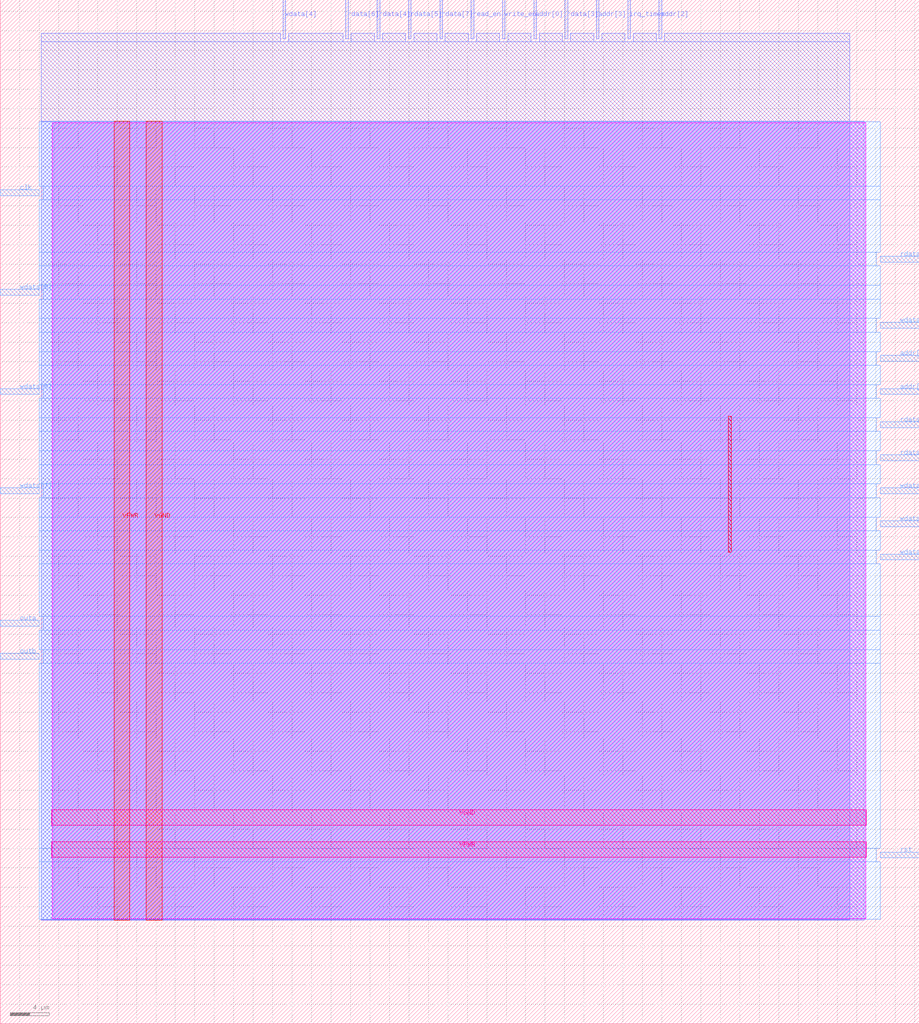
<source format=lef>
VERSION 5.7 ;
  NOWIREEXTENSIONATPIN ON ;
  DIVIDERCHAR "/" ;
  BUSBITCHARS "[]" ;
MACRO timer_pwm_interface
  CLASS BLOCK ;
  FOREIGN timer_pwm_interface ;
  ORIGIN 0.000 0.000 ;
  SIZE 94.445 BY 105.165 ;
  PIN VGND
    DIRECTION INOUT ;
    USE GROUND ;
    PORT
      LAYER met4 ;
        RECT 15.020 10.640 16.620 92.720 ;
    END
    PORT
      LAYER met5 ;
        RECT 5.280 20.380 89.020 21.980 ;
    END
  END VGND
  PIN VPWR
    DIRECTION INOUT ;
    USE POWER ;
    PORT
      LAYER met4 ;
        RECT 11.720 10.640 13.320 92.720 ;
    END
    PORT
      LAYER met5 ;
        RECT 5.280 17.080 89.020 18.680 ;
    END
  END VPWR
  PIN addr[0]
    DIRECTION INPUT ;
    USE SIGNAL ;
    ANTENNAGATEAREA 0.196500 ;
    PORT
      LAYER met2 ;
        RECT 54.830 101.165 55.110 105.165 ;
    END
  END addr[0]
  PIN addr[1]
    DIRECTION INPUT ;
    USE SIGNAL ;
    ANTENNAGATEAREA 0.247500 ;
    PORT
      LAYER met3 ;
        RECT 90.445 64.640 94.445 65.240 ;
    END
  END addr[1]
  PIN addr[2]
    DIRECTION INPUT ;
    USE SIGNAL ;
    ANTENNAGATEAREA 0.196500 ;
    PORT
      LAYER met2 ;
        RECT 67.710 101.165 67.990 105.165 ;
    END
  END addr[2]
  PIN addr[3]
    DIRECTION INPUT ;
    USE SIGNAL ;
    ANTENNAGATEAREA 0.196500 ;
    PORT
      LAYER met2 ;
        RECT 61.270 101.165 61.550 105.165 ;
    END
  END addr[3]
  PIN addr[4]
    DIRECTION INPUT ;
    USE SIGNAL ;
    ANTENNAGATEAREA 0.196500 ;
    PORT
      LAYER met3 ;
        RECT 90.445 68.040 94.445 68.640 ;
    END
  END addr[4]
  PIN clk
    DIRECTION INPUT ;
    USE SIGNAL ;
    ANTENNAGATEAREA 0.852000 ;
    PORT
      LAYER met3 ;
        RECT 0.000 85.040 4.000 85.640 ;
    END
  END clk
  PIN irq_timer
    DIRECTION OUTPUT ;
    USE SIGNAL ;
    ANTENNADIFFAREA 0.340600 ;
    PORT
      LAYER met2 ;
        RECT 64.490 101.165 64.770 105.165 ;
    END
  END irq_timer
  PIN outa
    DIRECTION OUTPUT ;
    USE SIGNAL ;
    ANTENNADIFFAREA 0.340600 ;
    PORT
      LAYER met3 ;
        RECT 0.000 40.840 4.000 41.440 ;
    END
  END outa
  PIN outb
    DIRECTION OUTPUT ;
    USE SIGNAL ;
    ANTENNADIFFAREA 0.340600 ;
    PORT
      LAYER met3 ;
        RECT 0.000 37.440 4.000 38.040 ;
    END
  END outb
  PIN rdata[0]
    DIRECTION OUTPUT ;
    USE SIGNAL ;
    ANTENNADIFFAREA 0.340600 ;
    PORT
      LAYER met3 ;
        RECT 90.445 78.240 94.445 78.840 ;
    END
  END rdata[0]
  PIN rdata[1]
    DIRECTION OUTPUT ;
    USE SIGNAL ;
    ANTENNADIFFAREA 0.340600 ;
    PORT
      LAYER met3 ;
        RECT 90.445 61.240 94.445 61.840 ;
    END
  END rdata[1]
  PIN rdata[2]
    DIRECTION OUTPUT ;
    USE SIGNAL ;
    ANTENNADIFFAREA 0.340600 ;
    PORT
      LAYER met3 ;
        RECT 90.445 57.840 94.445 58.440 ;
    END
  END rdata[2]
  PIN rdata[3]
    DIRECTION OUTPUT ;
    USE SIGNAL ;
    ANTENNADIFFAREA 0.340600 ;
    PORT
      LAYER met2 ;
        RECT 58.050 101.165 58.330 105.165 ;
    END
  END rdata[3]
  PIN rdata[4]
    DIRECTION OUTPUT ;
    USE SIGNAL ;
    ANTENNADIFFAREA 0.340600 ;
    PORT
      LAYER met2 ;
        RECT 38.730 101.165 39.010 105.165 ;
    END
  END rdata[4]
  PIN rdata[5]
    DIRECTION OUTPUT ;
    USE SIGNAL ;
    ANTENNADIFFAREA 0.340600 ;
    PORT
      LAYER met2 ;
        RECT 41.950 101.165 42.230 105.165 ;
    END
  END rdata[5]
  PIN rdata[6]
    DIRECTION OUTPUT ;
    USE SIGNAL ;
    ANTENNADIFFAREA 0.340600 ;
    PORT
      LAYER met2 ;
        RECT 35.510 101.165 35.790 105.165 ;
    END
  END rdata[6]
  PIN rdata[7]
    DIRECTION OUTPUT ;
    USE SIGNAL ;
    ANTENNADIFFAREA 0.340600 ;
    PORT
      LAYER met2 ;
        RECT 45.170 101.165 45.450 105.165 ;
    END
  END rdata[7]
  PIN read_en
    DIRECTION INPUT ;
    USE SIGNAL ;
    ANTENNAGATEAREA 0.196500 ;
    PORT
      LAYER met2 ;
        RECT 48.390 101.165 48.670 105.165 ;
    END
  END read_en
  PIN rst
    DIRECTION INPUT ;
    USE SIGNAL ;
    ANTENNAGATEAREA 0.990000 ;
    PORT
      LAYER met3 ;
        RECT 90.445 17.040 94.445 17.640 ;
    END
  END rst
  PIN wdata[0]
    DIRECTION INPUT ;
    USE SIGNAL ;
    ANTENNAGATEAREA 0.196500 ;
    PORT
      LAYER met3 ;
        RECT 90.445 71.440 94.445 72.040 ;
    END
  END wdata[0]
  PIN wdata[1]
    DIRECTION INPUT ;
    USE SIGNAL ;
    ANTENNAGATEAREA 0.196500 ;
    PORT
      LAYER met3 ;
        RECT 90.445 54.440 94.445 55.040 ;
    END
  END wdata[1]
  PIN wdata[2]
    DIRECTION INPUT ;
    USE SIGNAL ;
    ANTENNAGATEAREA 0.196500 ;
    PORT
      LAYER met3 ;
        RECT 90.445 47.640 94.445 48.240 ;
    END
  END wdata[2]
  PIN wdata[3]
    DIRECTION INPUT ;
    USE SIGNAL ;
    ANTENNAGATEAREA 0.196500 ;
    PORT
      LAYER met3 ;
        RECT 90.445 51.040 94.445 51.640 ;
    END
  END wdata[3]
  PIN wdata[4]
    DIRECTION INPUT ;
    USE SIGNAL ;
    ANTENNAGATEAREA 0.196500 ;
    PORT
      LAYER met2 ;
        RECT 29.070 101.165 29.350 105.165 ;
    END
  END wdata[4]
  PIN wdata[5]
    DIRECTION INPUT ;
    USE SIGNAL ;
    ANTENNAGATEAREA 0.196500 ;
    PORT
      LAYER met3 ;
        RECT 0.000 74.840 4.000 75.440 ;
    END
  END wdata[5]
  PIN wdata[6]
    DIRECTION INPUT ;
    USE SIGNAL ;
    ANTENNAGATEAREA 0.196500 ;
    PORT
      LAYER met3 ;
        RECT 0.000 64.640 4.000 65.240 ;
    END
  END wdata[6]
  PIN wdata[7]
    DIRECTION INPUT ;
    USE SIGNAL ;
    ANTENNAGATEAREA 0.196500 ;
    PORT
      LAYER met3 ;
        RECT 0.000 54.440 4.000 55.040 ;
    END
  END wdata[7]
  PIN write_en
    DIRECTION INPUT ;
    USE SIGNAL ;
    ANTENNAGATEAREA 0.213000 ;
    PORT
      LAYER met2 ;
        RECT 51.610 101.165 51.890 105.165 ;
    END
  END write_en
  OBS
      LAYER nwell ;
        RECT 5.330 10.795 88.970 92.565 ;
      LAYER li1 ;
        RECT 5.520 10.795 88.780 92.565 ;
      LAYER met1 ;
        RECT 4.210 10.640 88.780 92.720 ;
      LAYER met2 ;
        RECT 4.230 100.885 28.790 101.730 ;
        RECT 29.630 100.885 35.230 101.730 ;
        RECT 36.070 100.885 38.450 101.730 ;
        RECT 39.290 100.885 41.670 101.730 ;
        RECT 42.510 100.885 44.890 101.730 ;
        RECT 45.730 100.885 48.110 101.730 ;
        RECT 48.950 100.885 51.330 101.730 ;
        RECT 52.170 100.885 54.550 101.730 ;
        RECT 55.390 100.885 57.770 101.730 ;
        RECT 58.610 100.885 60.990 101.730 ;
        RECT 61.830 100.885 64.210 101.730 ;
        RECT 65.050 100.885 67.430 101.730 ;
        RECT 68.270 100.885 87.310 101.730 ;
        RECT 4.230 10.695 87.310 100.885 ;
      LAYER met3 ;
        RECT 3.990 86.040 90.445 92.645 ;
        RECT 4.400 84.640 90.445 86.040 ;
        RECT 3.990 79.240 90.445 84.640 ;
        RECT 3.990 77.840 90.045 79.240 ;
        RECT 3.990 75.840 90.445 77.840 ;
        RECT 4.400 74.440 90.445 75.840 ;
        RECT 3.990 72.440 90.445 74.440 ;
        RECT 3.990 71.040 90.045 72.440 ;
        RECT 3.990 69.040 90.445 71.040 ;
        RECT 3.990 67.640 90.045 69.040 ;
        RECT 3.990 65.640 90.445 67.640 ;
        RECT 4.400 64.240 90.045 65.640 ;
        RECT 3.990 62.240 90.445 64.240 ;
        RECT 3.990 60.840 90.045 62.240 ;
        RECT 3.990 58.840 90.445 60.840 ;
        RECT 3.990 57.440 90.045 58.840 ;
        RECT 3.990 55.440 90.445 57.440 ;
        RECT 4.400 54.040 90.045 55.440 ;
        RECT 3.990 52.040 90.445 54.040 ;
        RECT 3.990 50.640 90.045 52.040 ;
        RECT 3.990 48.640 90.445 50.640 ;
        RECT 3.990 47.240 90.045 48.640 ;
        RECT 3.990 41.840 90.445 47.240 ;
        RECT 4.400 40.440 90.445 41.840 ;
        RECT 3.990 38.440 90.445 40.440 ;
        RECT 4.400 37.040 90.445 38.440 ;
        RECT 3.990 18.040 90.445 37.040 ;
        RECT 3.990 16.640 90.045 18.040 ;
        RECT 3.990 10.715 90.445 16.640 ;
      LAYER met4 ;
        RECT 74.815 48.455 75.145 62.385 ;
  END
END timer_pwm_interface
END LIBRARY


</source>
